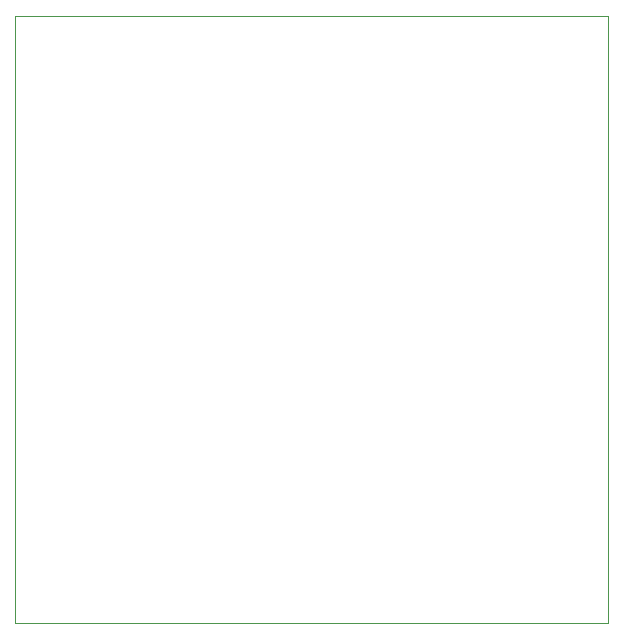
<source format=gbr>
%TF.GenerationSoftware,KiCad,Pcbnew,(6.0.4-0)*%
%TF.CreationDate,2022-05-05T15:57:16+02:00*%
%TF.ProjectId,Raptor_Gripper_Board,52617074-6f72-45f4-9772-69707065725f,rev?*%
%TF.SameCoordinates,Original*%
%TF.FileFunction,Profile,NP*%
%FSLAX46Y46*%
G04 Gerber Fmt 4.6, Leading zero omitted, Abs format (unit mm)*
G04 Created by KiCad (PCBNEW (6.0.4-0)) date 2022-05-05 15:57:16*
%MOMM*%
%LPD*%
G01*
G04 APERTURE LIST*
%TA.AperFunction,Profile*%
%ADD10C,0.100000*%
%TD*%
G04 APERTURE END LIST*
D10*
X76835000Y-43180000D02*
X127000000Y-43180000D01*
X127000000Y-43180000D02*
X127000000Y-94615000D01*
X127000000Y-94615000D02*
X76835000Y-94615000D01*
X76835000Y-94615000D02*
X76835000Y-43180000D01*
M02*

</source>
